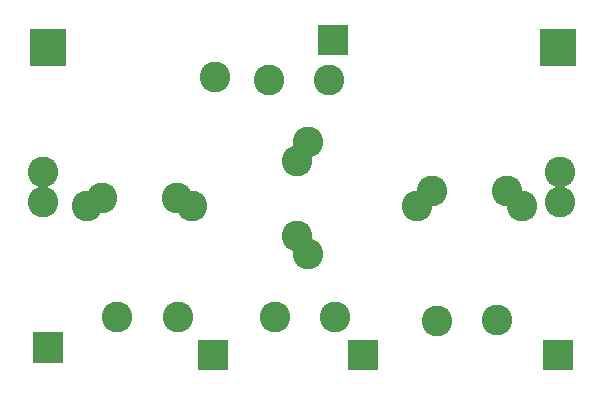
<source format=gbr>
%FSLAX34Y34*%
%MOMM*%
%LNSOLDERMASK_TOP*%
G71*
G01*
%ADD10C,2.600*%
%ADD11C,2.600*%
%LPD*%
X58010Y140509D02*
G54D10*
D03*
X146910Y140509D02*
G54D10*
D03*
X245335Y194484D02*
G54D10*
D03*
X245335Y99234D02*
G54D10*
D03*
X84040Y46207D02*
G54D11*
D03*
X135020Y46319D02*
G54D11*
D03*
X217390Y46207D02*
G54D11*
D03*
X268370Y46319D02*
G54D11*
D03*
X337410Y140509D02*
G54D10*
D03*
X426310Y140509D02*
G54D10*
D03*
X263360Y246975D02*
G54D11*
D03*
X212379Y246863D02*
G54D11*
D03*
X20691Y169166D02*
G54D11*
D03*
X20691Y143666D02*
G54D11*
D03*
X458841Y169166D02*
G54D11*
D03*
X458841Y143666D02*
G54D11*
D03*
X135020Y46319D02*
G54D11*
D03*
X268370Y46319D02*
G54D11*
D03*
G36*
X12400Y33600D02*
X38400Y33600D01*
X38400Y7600D01*
X12400Y7600D01*
X12400Y33600D01*
G37*
X263360Y246975D02*
G54D11*
D03*
X405805Y43419D02*
G54D11*
D03*
X354824Y43307D02*
G54D11*
D03*
X354824Y43307D02*
G54D11*
D03*
X70710Y146859D02*
G54D10*
D03*
X134210Y146859D02*
G54D10*
D03*
X235810Y115109D02*
G54D10*
D03*
X235810Y178609D02*
G54D10*
D03*
X350110Y153209D02*
G54D10*
D03*
X413610Y153209D02*
G54D10*
D03*
G36*
X9900Y290100D02*
X40900Y290100D01*
X40900Y259100D01*
X9900Y259100D01*
X9900Y290100D01*
G37*
G36*
X444200Y27250D02*
X470200Y27250D01*
X470200Y1250D01*
X444200Y1250D01*
X444200Y27250D01*
G37*
X166590Y249407D02*
G54D11*
D03*
G36*
X441700Y290100D02*
X472700Y290100D01*
X472700Y259100D01*
X441700Y259100D01*
X441700Y290100D01*
G37*
G36*
X279100Y27250D02*
X305100Y27250D01*
X305100Y1250D01*
X279100Y1250D01*
X279100Y27250D01*
G37*
G36*
X152100Y27250D02*
X178100Y27250D01*
X178100Y1250D01*
X152100Y1250D01*
X152100Y27250D01*
G37*
G36*
X253700Y293950D02*
X279700Y293950D01*
X279700Y267950D01*
X253700Y267950D01*
X253700Y293950D01*
G37*
M02*

</source>
